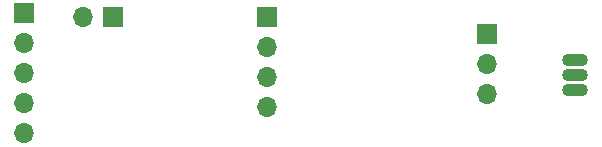
<source format=gbr>
%TF.GenerationSoftware,KiCad,Pcbnew,(6.0.4-0)*%
%TF.CreationDate,2025-08-27T16:44:19+02:00*%
%TF.ProjectId,FYP_temp,4659505f-7465-46d7-902e-6b696361645f,rev?*%
%TF.SameCoordinates,Original*%
%TF.FileFunction,Copper,L2,Bot*%
%TF.FilePolarity,Positive*%
%FSLAX46Y46*%
G04 Gerber Fmt 4.6, Leading zero omitted, Abs format (unit mm)*
G04 Created by KiCad (PCBNEW (6.0.4-0)) date 2025-08-27 16:44:19*
%MOMM*%
%LPD*%
G01*
G04 APERTURE LIST*
%TA.AperFunction,ComponentPad*%
%ADD10R,1.700000X1.700000*%
%TD*%
%TA.AperFunction,ComponentPad*%
%ADD11O,1.700000X1.700000*%
%TD*%
%TA.AperFunction,ComponentPad*%
%ADD12O,2.200000X1.100000*%
%TD*%
G04 APERTURE END LIST*
D10*
%TO.P,J_TMP36_TZ1,1,Pin_1*%
%TO.N,GND*%
X47665000Y-28007500D03*
D11*
%TO.P,J_TMP36_TZ1,2,Pin_2*%
%TO.N,Net-(J_TMP36_TZ1-Pad2)*%
X47665000Y-30547500D03*
%TO.P,J_TMP36_TZ1,3,Pin_3*%
%TO.N,Net-(C_361-Pad1)*%
X47665000Y-33087500D03*
%TO.P,J_TMP36_TZ1,4,Pin_4*%
%TO.N,Net-(J_TMP36_TZ1-Pad4)*%
X47665000Y-35627500D03*
%TD*%
D12*
%TO.P,TMP36_9Z1,1,+VS*%
%TO.N,Net-(J_TMP36_9Z1-Pad3)*%
X73750000Y-34250000D03*
%TO.P,TMP36_9Z1,2,VOUT*%
%TO.N,Net-(C_362-Pad1)*%
X73750000Y-32980000D03*
%TO.P,TMP36_9Z1,3,GND*%
%TO.N,GND*%
X73750000Y-31710000D03*
%TD*%
D10*
%TO.P,JP_ADD0,1,Pin_1*%
%TO.N,Net-(JP_ADD0-Pad1)*%
X34630000Y-28025000D03*
D11*
%TO.P,JP_ADD0,2,Pin_2*%
%TO.N,GND*%
X32090000Y-28025000D03*
%TD*%
D10*
%TO.P,J_TMP117,1,Pin_1*%
%TO.N,GND*%
X27105000Y-27735000D03*
D11*
%TO.P,J_TMP117,2,Pin_2*%
%TO.N,Net-(J_TMP117-Pad2)*%
X27105000Y-30275000D03*
%TO.P,J_TMP117,3,Pin_3*%
%TO.N,Net-(J_TMP117-Pad3)*%
X27105000Y-32815000D03*
%TO.P,J_TMP117,4,Pin_4*%
%TO.N,Net-(J_TMP117-Pad4)*%
X27105000Y-35355000D03*
%TO.P,J_TMP117,5,Pin_5*%
%TO.N,/VIN_117*%
X27105000Y-37895000D03*
%TD*%
D10*
%TO.P,J_TMP36_9Z1,1,Pin_1*%
%TO.N,GND*%
X66250000Y-29455000D03*
D11*
%TO.P,J_TMP36_9Z1,2,Pin_2*%
%TO.N,Net-(C_362-Pad1)*%
X66250000Y-31995000D03*
%TO.P,J_TMP36_9Z1,3,Pin_3*%
%TO.N,Net-(J_TMP36_9Z1-Pad3)*%
X66250000Y-34535000D03*
%TD*%
M02*

</source>
